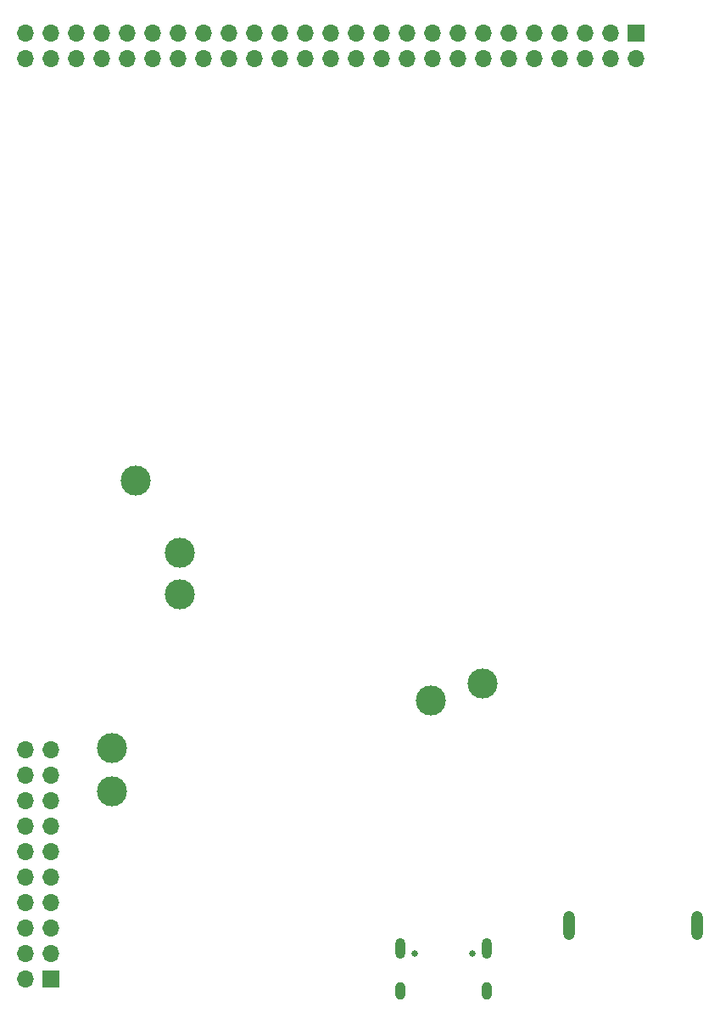
<source format=gbr>
%TF.GenerationSoftware,KiCad,Pcbnew,7.0.10*%
%TF.CreationDate,2024-02-10T01:25:09-05:00*%
%TF.ProjectId,9260-first,39323630-2d66-4697-9273-742e6b696361,rev?*%
%TF.SameCoordinates,Original*%
%TF.FileFunction,Soldermask,Bot*%
%TF.FilePolarity,Negative*%
%FSLAX46Y46*%
G04 Gerber Fmt 4.6, Leading zero omitted, Abs format (unit mm)*
G04 Created by KiCad (PCBNEW 7.0.10) date 2024-02-10 01:25:09*
%MOMM*%
%LPD*%
G01*
G04 APERTURE LIST*
%ADD10O,1.200000X2.900000*%
%ADD11O,1.700000X1.700000*%
%ADD12R,1.700000X1.700000*%
%ADD13C,3.000000*%
%ADD14O,1.000000X1.800000*%
%ADD15O,1.000000X2.100000*%
%ADD16C,0.650000*%
G04 APERTURE END LIST*
D10*
%TO.C,J4*%
X85400000Y-120000000D03*
X98200000Y-120000000D03*
%TD*%
D11*
%TO.C,J3*%
X31190000Y-33510000D03*
X31190000Y-30970000D03*
X33730000Y-33510000D03*
X33730000Y-30970000D03*
X36270000Y-33510000D03*
X36270000Y-30970000D03*
X38810000Y-33510000D03*
X38810000Y-30970000D03*
X41350000Y-33510000D03*
X41350000Y-30970000D03*
X43890000Y-33510000D03*
X43890000Y-30970000D03*
X46430000Y-33510000D03*
X46430000Y-30970000D03*
X48970000Y-33510000D03*
X48970000Y-30970000D03*
X51510000Y-33510000D03*
X51510000Y-30970000D03*
X54050000Y-33510000D03*
X54050000Y-30970000D03*
X56590000Y-33510000D03*
X56590000Y-30970000D03*
X59130000Y-33510000D03*
X59130000Y-30970000D03*
X61670000Y-33510000D03*
X61670000Y-30970000D03*
X64210000Y-33510000D03*
X64210000Y-30970000D03*
X66750000Y-33510000D03*
X66750000Y-30970000D03*
X69290000Y-33510000D03*
X69290000Y-30970000D03*
X71830000Y-33510000D03*
X71830000Y-30970000D03*
X74370000Y-33510000D03*
X74370000Y-30970000D03*
X76910000Y-33510000D03*
X76910000Y-30970000D03*
X79450000Y-33510000D03*
X79450000Y-30970000D03*
X81990000Y-33510000D03*
X81990000Y-30970000D03*
X84530000Y-33510000D03*
X84530000Y-30970000D03*
X87070000Y-33510000D03*
X87070000Y-30970000D03*
X89610000Y-33510000D03*
X89610000Y-30970000D03*
X92150000Y-33510000D03*
D12*
X92150000Y-30970000D03*
%TD*%
D13*
%TO.C,TP4*%
X71628000Y-97536000D03*
%TD*%
D14*
%TO.C,J2*%
X77218000Y-126460000D03*
D15*
X77218000Y-122280000D03*
D14*
X68578000Y-126460000D03*
D15*
X68578000Y-122280000D03*
D16*
X75788000Y-122780000D03*
X70008000Y-122780000D03*
%TD*%
D13*
%TO.C,TP5*%
X39780000Y-106610000D03*
%TD*%
D12*
%TO.C,J1*%
X33717000Y-125344000D03*
D11*
X31177000Y-125344000D03*
X33717000Y-122804000D03*
X31177000Y-122804000D03*
X33717000Y-120264000D03*
X31177000Y-120264000D03*
X33717000Y-117724000D03*
X31177000Y-117724000D03*
X33717000Y-115184000D03*
X31177000Y-115184000D03*
X33717000Y-112644000D03*
X31177000Y-112644000D03*
X33717000Y-110104000D03*
X31177000Y-110104000D03*
X33717000Y-107564000D03*
X31177000Y-107564000D03*
X33717000Y-105024000D03*
X31177000Y-105024000D03*
X33717000Y-102484000D03*
X31177000Y-102484000D03*
%TD*%
D13*
%TO.C,TP1*%
X46539500Y-82759500D03*
%TD*%
%TO.C,TP2*%
X46563000Y-86950500D03*
%TD*%
%TO.C,TP7*%
X39790000Y-102260000D03*
%TD*%
%TO.C,TP6*%
X42200000Y-75610000D03*
%TD*%
%TO.C,TP3*%
X76830000Y-95830000D03*
%TD*%
M02*

</source>
